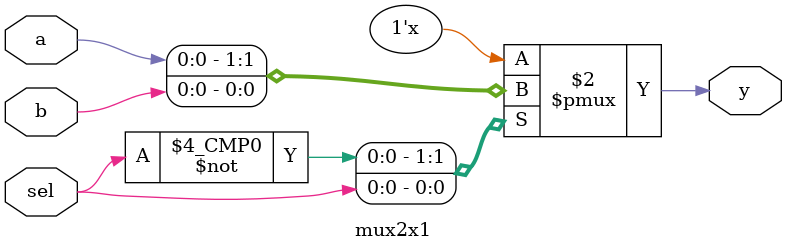
<source format=v>
module mux2x1(a,b,sel,y);
    input wire a;
    input wire b;
    input wire sel;
    output reg y;

always @(*) begin
    case (sel)
        1'b0: y = a;
        1'b1: y = b;
    endcase
end

endmodule

</source>
